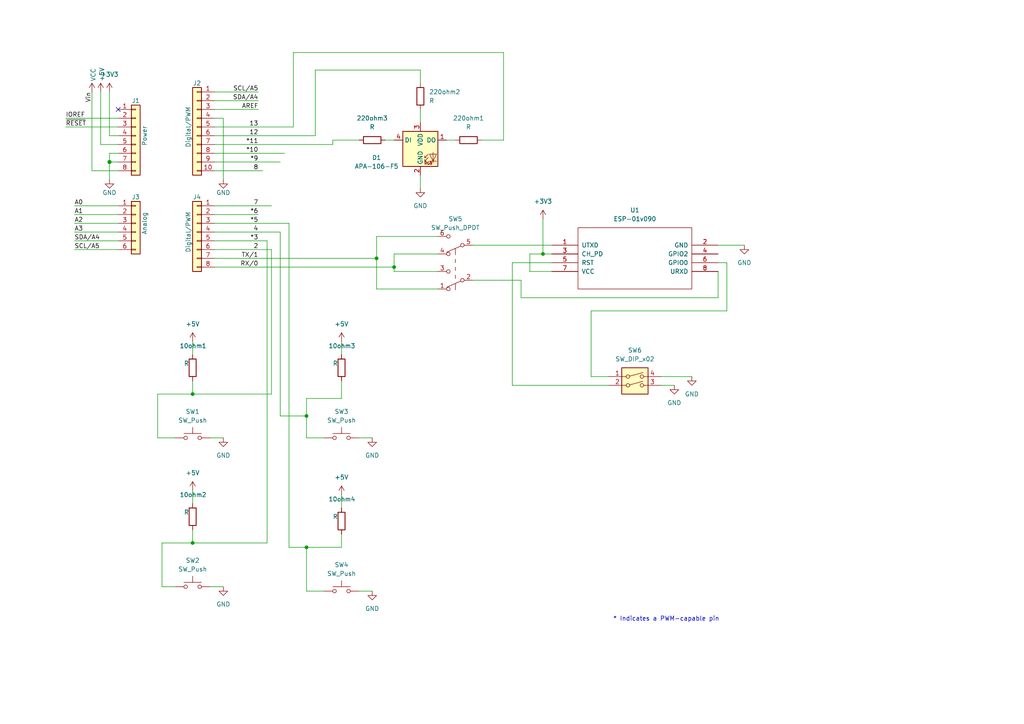
<source format=kicad_sch>
(kicad_sch (version 20211123) (generator eeschema)
  (paper "A4")
  (title_block (date "mar. 31 mars 2015"))
  (lib_symbols
    (symbol "+3V3_1" (power) (pin_names (offset 0))
      (property "Value" "+3V3_1" (at 0 3.556 0))
      (symbol "+3V3_1_0_1"
        (polyline (pts (xy -0.762 1.27) (xy 0 2.54)))
        (polyline (pts (xy 0 0) (xy 0 2.54)))
        (polyline (pts (xy 0 2.54) (xy 0.762 1.27)))
      )
      (symbol "+3V3_1_1_1"
        (pin power_in line (at 0 0 90) (length 0) hide (name "+3V3") (number "1"))
      )
    )
    (symbol "+5V_1" (power) (pin_names (offset 0))
      (property "Value" "+5V_1" (at 0 3.556 0))
      (symbol "+5V_1_0_1"
        (polyline (pts (xy -0.762 1.27) (xy 0 2.54)))
        (polyline (pts (xy 0 0) (xy 0 2.54)))
        (polyline (pts (xy 0 2.54) (xy 0.762 1.27)))
      )
      (symbol "+5V_1_1_1"
        (pin power_in line (at 0 0 90) (length 0) hide (name "+5V") (number "1"))
      )
    )
    (symbol "Connector_Generic:Conn_01x06" (pin_names (offset 1.016) hide)
      (property "Reference" "J" (at 0 7.62 0))
      (property "Value" "Conn_01x06" (at 0 -10.16 0))
      (symbol "Conn_01x06_1_1"
        (rectangle (start -1.27 -7.493) (end 0 -7.747) (stroke (width 0.1524)))
        (rectangle (start -1.27 -4.953) (end 0 -5.207) (stroke (width 0.1524)))
        (rectangle (start -1.27 -2.413) (end 0 -2.667) (stroke (width 0.1524)))
        (rectangle (start -1.27 0.127) (end 0 -0.127) (stroke (width 0.1524)))
        (rectangle (start -1.27 2.667) (end 0 2.413) (stroke (width 0.1524)))
        (rectangle (start -1.27 5.207) (end 0 4.953) (stroke (width 0.1524)))
        (rectangle (start -1.27 6.35) (end 1.27 -8.89) (stroke (width 0.254)) (fill (type background)))
        (pin passive line (at -5.08 5.08 0) (length 3.81) (name "Pin_1") (number "1"))
        (pin passive line (at -5.08 2.54 0) (length 3.81) (name "Pin_2") (number "2"))
        (pin passive line (at -5.08 0 0) (length 3.81) (name "Pin_3") (number "3"))
        (pin passive line (at -5.08 -2.54 0) (length 3.81) (name "Pin_4") (number "4"))
        (pin passive line (at -5.08 -5.08 0) (length 3.81) (name "Pin_5") (number "5"))
        (pin passive line (at -5.08 -7.62 0) (length 3.81) (name "Pin_6") (number "6"))
      )
    )
    (symbol "Connector_Generic:Conn_01x08" (pin_names (offset 1.016) hide)
      (property "Reference" "J" (at 0 10.16 0))
      (property "Value" "Conn_01x08" (at 0 -12.7 0))
      (symbol "Conn_01x08_1_1"
        (rectangle (start -1.27 -10.033) (end 0 -10.287) (stroke (width 0.1524)))
        (rectangle (start -1.27 -7.493) (end 0 -7.747) (stroke (width 0.1524)))
        (rectangle (start -1.27 -4.953) (end 0 -5.207) (stroke (width 0.1524)))
        (rectangle (start -1.27 -2.413) (end 0 -2.667) (stroke (width 0.1524)))
        (rectangle (start -1.27 0.127) (end 0 -0.127) (stroke (width 0.1524)))
        (rectangle (start -1.27 2.667) (end 0 2.413) (stroke (width 0.1524)))
        (rectangle (start -1.27 5.207) (end 0 4.953) (stroke (width 0.1524)))
        (rectangle (start -1.27 7.747) (end 0 7.493) (stroke (width 0.1524)))
        (rectangle (start -1.27 8.89) (end 1.27 -11.43) (stroke (width 0.254)) (fill (type background)))
        (pin passive line (at -5.08 7.62 0) (length 3.81) (name "Pin_1") (number "1"))
        (pin passive line (at -5.08 5.08 0) (length 3.81) (name "Pin_2") (number "2"))
        (pin passive line (at -5.08 2.54 0) (length 3.81) (name "Pin_3") (number "3"))
        (pin passive line (at -5.08 0 0) (length 3.81) (name "Pin_4") (number "4"))
        (pin passive line (at -5.08 -2.54 0) (length 3.81) (name "Pin_5") (number "5"))
        (pin passive line (at -5.08 -5.08 0) (length 3.81) (name "Pin_6") (number "6"))
        (pin passive line (at -5.08 -7.62 0) (length 3.81) (name "Pin_7") (number "7"))
        (pin passive line (at -5.08 -10.16 0) (length 3.81) (name "Pin_8") (number "8"))
      )
    )
    (symbol "Connector_Generic:Conn_01x10" (pin_names (offset 1.016) hide)
      (property "Reference" "J" (at 0 12.7 0))
      (property "Value" "Conn_01x10" (at 0 -15.24 0))
      (symbol "Conn_01x10_1_1"
        (rectangle (start -1.27 -12.573) (end 0 -12.827) (stroke (width 0.1524)))
        (rectangle (start -1.27 -10.033) (end 0 -10.287) (stroke (width 0.1524)))
        (rectangle (start -1.27 -7.493) (end 0 -7.747) (stroke (width 0.1524)))
        (rectangle (start -1.27 -4.953) (end 0 -5.207) (stroke (width 0.1524)))
        (rectangle (start -1.27 -2.413) (end 0 -2.667) (stroke (width 0.1524)))
        (rectangle (start -1.27 0.127) (end 0 -0.127) (stroke (width 0.1524)))
        (rectangle (start -1.27 2.667) (end 0 2.413) (stroke (width 0.1524)))
        (rectangle (start -1.27 5.207) (end 0 4.953) (stroke (width 0.1524)))
        (rectangle (start -1.27 7.747) (end 0 7.493) (stroke (width 0.1524)))
        (rectangle (start -1.27 10.287) (end 0 10.033) (stroke (width 0.1524)))
        (rectangle (start -1.27 11.43) (end 1.27 -13.97) (stroke (width 0.254)) (fill (type background)))
        (pin passive line (at -5.08 10.16 0) (length 3.81) (name "Pin_1") (number "1"))
        (pin passive line (at -5.08 -12.7 0) (length 3.81) (name "Pin_10") (number "10"))
        (pin passive line (at -5.08 7.62 0) (length 3.81) (name "Pin_2") (number "2"))
        (pin passive line (at -5.08 5.08 0) (length 3.81) (name "Pin_3") (number "3"))
        (pin passive line (at -5.08 2.54 0) (length 3.81) (name "Pin_4") (number "4"))
        (pin passive line (at -5.08 0 0) (length 3.81) (name "Pin_5") (number "5"))
        (pin passive line (at -5.08 -2.54 0) (length 3.81) (name "Pin_6") (number "6"))
        (pin passive line (at -5.08 -5.08 0) (length 3.81) (name "Pin_7") (number "7"))
        (pin passive line (at -5.08 -7.62 0) (length 3.81) (name "Pin_8") (number "8"))
        (pin passive line (at -5.08 -10.16 0) (length 3.81) (name "Pin_9") (number "9"))
      )
    )
    (symbol "Device:R" (pin_numbers hide) (pin_names (offset 0))
      (property "Reference" "R" (at 2.032 0 90))
      (property "Value" "R" (at 0 0 90))
      (symbol "R_0_1"
        (rectangle (start -1.016 -2.54) (end 1.016 2.54) (stroke (width 0.254)))
      )
      (symbol "R_1_1"
        (pin passive line (at 0 3.81 270) (length 1.27) (name "~") (number "1"))
        (pin passive line (at 0 -3.81 90) (length 1.27) (name "~") (number "2"))
      )
    )
    (symbol "ESP8266:ESP-01v090" (pin_names (offset 1.016))
      (property "Reference" "U" (at 0 -2.54 0))
      (property "Value" "ESP-01v090" (at 0 2.54 0))
      (symbol "ESP-01v090_1_0"
        (rectangle (start -16.51 -8.89) (end 16.51 8.89))
      )
      (symbol "ESP-01v090_1_1"
        (pin output line (at -24.13 3.81 0) (length 7.62) (name "UTXD") (number "1"))
        (pin power_in line (at 24.13 3.81 180) (length 7.62) (name "GND") (number "2"))
        (pin input line (at -24.13 1.27 0) (length 7.62) (name "CH_PD") (number "3"))
        (pin tri_state line (at 24.13 1.27 180) (length 7.62) (name "GPIO2") (number "4"))
        (pin input line (at -24.13 -1.27 0) (length 7.62) (name "RST") (number "5"))
        (pin tri_state line (at 24.13 -1.27 180) (length 7.62) (name "GPIO0") (number "6"))
        (pin power_in line (at -24.13 -3.81 0) (length 7.62) (name "VCC") (number "7"))
        (pin input line (at 24.13 -3.81 180) (length 7.62) (name "URXD") (number "8"))
      )
    )
    (symbol "GND_1" (power) (pin_names (offset 0))
      (property "Value" "GND_1" (at 0 -3.81 0))
      (symbol "GND_1_0_1"
        (polyline (pts (xy 0 0) (xy 0 -1.27) (xy 1.27 -1.27) (xy 0 -2.54) (xy -1.27 -1.27) (xy 0 -1.27)))
      )
      (symbol "GND_1_1_1"
        (pin power_in line (at 0 0 270) (length 0) hide (name "GND") (number "1"))
      )
    )
    (symbol "GND_2" (power) (pin_names (offset 0))
      (property "Value" "GND_2" (at 0 -3.81 0))
      (symbol "GND_2_0_1"
        (polyline (pts (xy 0 0) (xy 0 -1.27) (xy 1.27 -1.27) (xy 0 -2.54) (xy -1.27 -1.27) (xy 0 -1.27)))
      )
      (symbol "GND_2_1_1"
        (pin power_in line (at 0 0 270) (length 0) hide (name "GND") (number "1"))
      )
    )
    (symbol "GND_3" (power) (pin_names (offset 0))
      (property "Value" "GND_3" (at 0 -3.81 0))
      (symbol "GND_3_0_1"
        (polyline (pts (xy 0 0) (xy 0 -1.27) (xy 1.27 -1.27) (xy 0 -2.54) (xy -1.27 -1.27) (xy 0 -1.27)))
      )
      (symbol "GND_3_1_1"
        (pin power_in line (at 0 0 270) (length 0) hide (name "GND") (number "1"))
      )
    )
    (symbol "GND_4" (power) (pin_names (offset 0))
      (property "Value" "GND_4" (at 0 -3.81 0))
      (symbol "GND_4_0_1"
        (polyline (pts (xy 0 0) (xy 0 -1.27) (xy 1.27 -1.27) (xy 0 -2.54) (xy -1.27 -1.27) (xy 0 -1.27)))
      )
      (symbol "GND_4_1_1"
        (pin power_in line (at 0 0 270) (length 0) hide (name "GND") (number "1"))
      )
    )
    (symbol "GND_5" (power) (pin_names (offset 0))
      (property "Value" "GND_5" (at 0 -3.81 0))
      (symbol "GND_5_0_1"
        (polyline (pts (xy 0 0) (xy 0 -1.27) (xy 1.27 -1.27) (xy 0 -2.54) (xy -1.27 -1.27) (xy 0 -1.27)))
      )
      (symbol "GND_5_1_1"
        (pin power_in line (at 0 0 270) (length 0) hide (name "GND") (number "1"))
      )
    )
    (symbol "LED:APA-106-F5"
      (property "Reference" "D" (at 5.08 5.715 0))
      (property "Value" "APA-106-F5" (at 1.27 -5.715 0))
      (symbol "APA-106-F5_0_0"
        (text "RGB" (at 2.286 -4.191 0) (effects (font (size 0.762 0.762))))
      )
      (symbol "APA-106-F5_0_1"
        (polyline (pts (xy 1.27 -3.556) (xy 1.778 -3.556)))
        (polyline (pts (xy 1.27 -2.54) (xy 1.778 -2.54)))
        (polyline (pts (xy 4.699 -3.556) (xy 2.667 -3.556)))
        (polyline (pts (xy 2.286 -2.54) (xy 1.27 -3.556) (xy 1.27 -3.048)))
        (polyline (pts (xy 2.286 -1.524) (xy 1.27 -2.54) (xy 1.27 -2.032)))
        (polyline (pts (xy 3.683 -1.016) (xy 3.683 -3.556) (xy 3.683 -4.064)))
        (polyline (pts (xy 4.699 -1.524) (xy 2.667 -1.524) (xy 3.683 -3.556) (xy 4.699 -1.524)))
        (rectangle (start 5.08 5.08) (end -5.08 -5.08) (stroke (width 0.254)) (fill (type background)))
      )
      (symbol "APA-106-F5_1_1"
        (pin output line (at 7.62 2.54 180) (length 2.54) (name "DO") (number "1"))
        (pin power_in line (at 0 -7.62 90) (length 2.54) (name "GND") (number "2"))
        (pin power_in line (at 0 7.62 270) (length 2.54) (name "VDD") (number "3"))
        (pin input line (at -7.62 2.54 0) (length 2.54) (name "DI") (number "4"))
      )
    )
    (symbol "Switch:SW_DIP_x02" (pin_names (offset 0) hide)
      (property "Reference" "SW" (at 0 6.35 0))
      (property "Value" "SW_DIP_x02" (at 0 -3.81 0))
      (symbol "SW_DIP_x02_0_0"
        (circle (center -2.032 0) (radius 0.508))
        (circle (center -2.032 2.54) (radius 0.508))
        (polyline (pts (xy -1.524 0.127) (xy 2.3622 1.1684)))
        (polyline (pts (xy -1.524 2.667) (xy 2.3622 3.7084)))
        (circle (center 2.032 0) (radius 0.508))
        (circle (center 2.032 2.54) (radius 0.508))
      )
      (symbol "SW_DIP_x02_0_1"
        (rectangle (start -3.81 5.08) (end 3.81 -2.54) (stroke (width 0.254)) (fill (type background)))
      )
      (symbol "SW_DIP_x02_1_1"
        (pin passive line (at -7.62 2.54 0) (length 5.08) (name "~") (number "1"))
        (pin passive line (at -7.62 0 0) (length 5.08) (name "~") (number "2"))
        (pin passive line (at 7.62 0 180) (length 5.08) (name "~") (number "3"))
        (pin passive line (at 7.62 2.54 180) (length 5.08) (name "~") (number "4"))
      )
    )
    (symbol "Switch:SW_Push" (pin_numbers hide) (pin_names (offset 1.016) hide)
      (property "Reference" "SW" (at 1.27 2.54 0))
      (property "Value" "SW_Push" (at 0 -1.524 0))
      (symbol "SW_Push_0_1"
        (circle (center -2.032 0) (radius 0.508))
        (polyline (pts (xy 0 1.27) (xy 0 3.048)))
        (polyline (pts (xy 2.54 1.27) (xy -2.54 1.27)))
        (circle (center 2.032 0) (radius 0.508))
        (pin passive line (at -5.08 0 0) (length 2.54) (name "1") (number "1"))
        (pin passive line (at 5.08 0 180) (length 2.54) (name "2") (number "2"))
      )
    )
    (symbol "Switch:SW_Push_DPDT" (pin_names (offset 0) hide)
      (property "Reference" "SW" (at 0 8.89 0))
      (property "Value" "SW_Push_DPDT" (at 0 -10.16 0))
      (symbol "SW_Push_DPDT_0_0"
        (circle (center -2.032 -5.08) (radius 0.508))
        (circle (center -2.032 5.08) (radius 0.508))
        (circle (center 2.032 -7.62) (radius 0.508))
        (circle (center 2.032 2.54) (radius 0.508))
      )
      (symbol "SW_Push_DPDT_0_1"
        (polyline (pts (xy -1.524 -4.826) (xy 2.54 -3.048)))
        (polyline (pts (xy -1.524 5.334) (xy 2.54 7.112)))
        (polyline (pts (xy 0 -2.286) (xy 0 -4.064)))
        (polyline (pts (xy 0 -1.016) (xy 0 0)))
        (polyline (pts (xy 0 1.27) (xy 0 2.286)))
        (polyline (pts (xy 0 3.556) (xy 0 4.572)))
        (polyline (pts (xy 0 7.874) (xy 0 6.096)))
        (circle (center 2.032 -2.54) (radius 0.508))
        (circle (center 2.032 7.62) (radius 0.508))
      )
      (symbol "SW_Push_DPDT_1_1"
        (pin passive line (at 5.08 7.62 180) (length 2.54) (name "A") (number "1"))
        (pin passive line (at -5.08 5.08 0) (length 2.54) (name "B") (number "2"))
        (pin passive line (at 5.08 2.54 180) (length 2.54) (name "C") (number "3"))
        (pin passive line (at 5.08 -2.54 180) (length 2.54) (name "A") (number "4"))
        (pin passive line (at -5.08 -5.08 0) (length 2.54) (name "B") (number "5"))
        (pin passive line (at 5.08 -7.62 180) (length 2.54) (name "C") (number "6"))
      )
    )
    (symbol "power:+3V3" (power) (pin_names (offset 0))
      (property "Value" "+3V3" (at 0 3.556 0))
      (symbol "+3V3_0_1"
        (polyline (pts (xy -0.762 1.27) (xy 0 2.54)))
        (polyline (pts (xy 0 0) (xy 0 2.54)))
        (polyline (pts (xy 0 2.54) (xy 0.762 1.27)))
      )
      (symbol "+3V3_1_1"
        (pin power_in line (at 0 0 90) (length 0) hide (name "+3V3") (number "1"))
      )
    )
    (symbol "power:+5V" (power) (pin_names (offset 0))
      (property "Value" "+5V" (at 0 3.556 0))
      (symbol "+5V_0_1"
        (polyline (pts (xy -0.762 1.27) (xy 0 2.54)))
        (polyline (pts (xy 0 0) (xy 0 2.54)))
        (polyline (pts (xy 0 2.54) (xy 0.762 1.27)))
      )
      (symbol "+5V_1_1"
        (pin power_in line (at 0 0 90) (length 0) hide (name "+5V") (number "1"))
      )
    )
    (symbol "power:GND" (power) (pin_names (offset 0))
      (property "Value" "GND" (at 0 -3.81 0))
      (symbol "GND_0_1"
        (polyline (pts (xy 0 0) (xy 0 -1.27) (xy 1.27 -1.27) (xy 0 -2.54) (xy -1.27 -1.27) (xy 0 -1.27)))
      )
      (symbol "GND_1_1"
        (pin power_in line (at 0 0 270) (length 0) hide (name "GND") (number "1"))
      )
    )
    (symbol "power:VCC" (power) (pin_names (offset 0))
      (property "Value" "VCC" (at 0 3.81 0))
      (symbol "VCC_0_1"
        (polyline (pts (xy -0.762 1.27) (xy 0 2.54)))
        (polyline (pts (xy 0 0) (xy 0 2.54)))
        (polyline (pts (xy 0 2.54) (xy 0.762 1.27)))
      )
      (symbol "VCC_1_1"
        (pin power_in line (at 0 0 90) (length 0) hide (name "VCC") (number "1"))
      )
    )
  )
  (junction (at 109.22 74.93))
  (junction (at 31.75 46.99) (diameter 1.016))
  (junction (at 157.48 73.66))
  (junction (at 88.9 158.75))
  (junction (at 55.88 157.48))
  (junction (at 114.3 77.47))
  (junction (at 55.88 114.3))
  (junction (at 88.9 120.65))
  (no_connect (at 34.29 31.75))
  (wire (pts (xy 62.23 77.47) (xy 114.3 77.47)))
  (wire (pts (xy 62.23 44.45) (xy 82.55 44.45)))
  (wire (pts (xy 127 68.58) (xy 109.22 68.58)))
  (wire (pts (xy 121.92 20.32) (xy 91.44 20.32)))
  (wire (pts (xy 62.23 26.67) (xy 74.93 26.67)))
  (wire (pts (xy 88.9 171.45) (xy 88.9 158.75)))
  (wire (pts (xy 127 83.82) (xy 109.22 83.82)))
  (wire (pts (xy 109.22 68.58) (xy 109.22 74.93)))
  (wire (pts (xy 99.06 115.57) (xy 99.06 110.49)))
  (wire (pts (xy 31.75 44.45) (xy 31.75 46.99)))
  (wire (pts (xy 96.52 40.64) (xy 104.14 40.64)))
  (wire (pts (xy 96.52 40.64) (xy 96.52 41.91)))
  (wire (pts (xy 21.59 72.39) (xy 34.29 72.39)))
  (wire (pts (xy 88.9 115.57) (xy 99.06 115.57)))
  (wire (pts (xy 31.75 46.99) (xy 31.75 52.07)))
  (wire (pts (xy 146.05 40.64) (xy 146.05 15.24)))
  (wire (pts (xy 31.75 39.37) (xy 34.29 39.37)))
  (wire (pts (xy 114.3 73.66) (xy 114.3 77.47)))
  (wire (pts (xy 55.88 114.3) (xy 78.74 114.3)))
  (wire (pts (xy 88.9 120.65) (xy 88.9 115.57)))
  (wire (pts (xy 29.21 41.91) (xy 34.29 41.91)))
  (wire (pts (xy 29.21 26.67) (xy 29.21 41.91)))
  (wire (pts (xy 60.96 127) (xy 64.77 127)))
  (wire (pts (xy 208.28 71.12) (xy 215.9 71.12)))
  (wire (pts (xy 31.75 26.67) (xy 31.75 39.37)))
  (wire (pts (xy 62.23 59.69) (xy 78.74 59.69)))
  (wire (pts (xy 210.82 76.2) (xy 210.82 90.17)))
  (wire (pts (xy 104.14 127) (xy 107.95 127)))
  (wire (pts (xy 34.29 59.69) (xy 21.59 59.69)))
  (wire (pts (xy 62.23 39.37) (xy 91.44 39.37)))
  (wire (pts (xy 55.88 157.48) (xy 77.47 157.48)))
  (wire (pts (xy 45.72 114.3) (xy 55.88 114.3)))
  (wire (pts (xy 62.23 62.23) (xy 74.93 62.23)))
  (wire (pts (xy 146.05 15.24) (xy 85.09 15.24)))
  (wire (pts (xy 99.06 99.06) (xy 99.06 102.87)))
  (wire (pts (xy 62.23 36.83) (xy 85.09 36.83)))
  (wire (pts (xy 55.88 114.3) (xy 55.88 110.49)))
  (wire (pts (xy 46.99 157.48) (xy 55.88 157.48)))
  (wire (pts (xy 62.23 46.99) (xy 81.28 46.99)))
  (wire (pts (xy 109.22 83.82) (xy 109.22 74.93)))
  (wire (pts (xy 81.28 120.65) (xy 88.9 120.65)))
  (wire (pts (xy 62.23 67.31) (xy 81.28 67.31)))
  (wire (pts (xy 151.13 81.28) (xy 151.13 86.36)))
  (wire (pts (xy 114.3 78.74) (xy 114.3 77.47)))
  (wire (pts (xy 19.05 34.29) (xy 34.29 34.29)))
  (wire (pts (xy 127 73.66) (xy 114.3 73.66)))
  (wire (pts (xy 121.92 50.8) (xy 121.92 54.61)))
  (wire (pts (xy 148.59 76.2) (xy 148.59 111.76)))
  (wire (pts (xy 139.7 40.64) (xy 146.05 40.64)))
  (wire (pts (xy 85.09 15.24) (xy 85.09 36.83)))
  (wire (pts (xy 121.92 31.75) (xy 121.92 35.56)))
  (wire (pts (xy 93.98 127) (xy 88.9 127)))
  (wire (pts (xy 50.8 127) (xy 45.72 127)))
  (wire (pts (xy 121.92 20.32) (xy 121.92 24.13)))
  (wire (pts (xy 160.02 78.74) (xy 153.67 78.74)))
  (wire (pts (xy 62.23 41.91) (xy 96.52 41.91)))
  (wire (pts (xy 64.77 34.29) (xy 64.77 52.07)))
  (wire (pts (xy 62.23 31.75) (xy 74.93 31.75)))
  (wire (pts (xy 153.67 78.74) (xy 153.67 73.66)))
  (wire (pts (xy 151.13 86.36) (xy 208.28 86.36)))
  (wire (pts (xy 91.44 20.32) (xy 91.44 39.37)))
  (wire (pts (xy 99.06 143.51) (xy 99.06 147.32)))
  (wire (pts (xy 34.29 64.77) (xy 21.59 64.77)))
  (wire (pts (xy 19.05 36.83) (xy 34.29 36.83)))
  (wire (pts (xy 157.48 63.5) (xy 157.48 73.66)))
  (wire (pts (xy 34.29 46.99) (xy 31.75 46.99)))
  (wire (pts (xy 45.72 127) (xy 45.72 114.3)))
  (wire (pts (xy 171.45 90.17) (xy 171.45 109.22)))
  (wire (pts (xy 83.82 158.75) (xy 83.82 64.77)))
  (wire (pts (xy 153.67 73.66) (xy 157.48 73.66)))
  (wire (pts (xy 60.96 170.18) (xy 64.77 170.18)))
  (wire (pts (xy 55.88 142.24) (xy 55.88 146.05)))
  (wire (pts (xy 46.99 170.18) (xy 46.99 157.48)))
  (wire (pts (xy 111.76 40.64) (xy 114.3 40.64)))
  (wire (pts (xy 34.29 49.53) (xy 26.67 49.53)))
  (wire (pts (xy 21.59 62.23) (xy 34.29 62.23)))
  (wire (pts (xy 127 78.74) (xy 114.3 78.74)))
  (wire (pts (xy 129.54 40.64) (xy 132.08 40.64)))
  (wire (pts (xy 210.82 90.17) (xy 171.45 90.17)))
  (wire (pts (xy 171.45 109.22) (xy 176.53 109.22)))
  (wire (pts (xy 104.14 171.45) (xy 107.95 171.45)))
  (wire (pts (xy 88.9 158.75) (xy 83.82 158.75)))
  (wire (pts (xy 62.23 34.29) (xy 64.77 34.29)))
  (wire (pts (xy 50.8 170.18) (xy 46.99 170.18)))
  (wire (pts (xy 34.29 44.45) (xy 31.75 44.45)))
  (wire (pts (xy 99.06 158.75) (xy 99.06 154.94)))
  (wire (pts (xy 88.9 127) (xy 88.9 120.65)))
  (wire (pts (xy 62.23 64.77) (xy 83.82 64.77)))
  (wire (pts (xy 21.59 67.31) (xy 34.29 67.31)))
  (wire (pts (xy 77.47 157.48) (xy 77.47 69.85)))
  (wire (pts (xy 93.98 171.45) (xy 88.9 171.45)))
  (wire (pts (xy 137.16 71.12) (xy 160.02 71.12)))
  (wire (pts (xy 78.74 114.3) (xy 78.74 72.39)))
  (wire (pts (xy 208.28 86.36) (xy 208.28 78.74)))
  (wire (pts (xy 208.28 76.2) (xy 210.82 76.2)))
  (wire (pts (xy 157.48 73.66) (xy 160.02 73.66)))
  (wire (pts (xy 191.77 109.22) (xy 200.66 109.22)))
  (wire (pts (xy 137.16 81.28) (xy 151.13 81.28)))
  (wire (pts (xy 55.88 99.06) (xy 55.88 102.87)))
  (wire (pts (xy 62.23 29.21) (xy 74.93 29.21)))
  (wire (pts (xy 62.23 72.39) (xy 78.74 72.39)))
  (wire (pts (xy 62.23 69.85) (xy 77.47 69.85)))
  (wire (pts (xy 160.02 76.2) (xy 148.59 76.2)))
  (wire (pts (xy 88.9 158.75) (xy 99.06 158.75)))
  (wire (pts (xy 191.77 111.76) (xy 195.58 111.76)))
  (wire (pts (xy 148.59 111.76) (xy 176.53 111.76)))
  (wire (pts (xy 62.23 74.93) (xy 109.22 74.93)))
  (wire (pts (xy 26.67 49.53) (xy 26.67 26.67)))
  (wire (pts (xy 81.28 120.65) (xy 81.28 67.31)))
  (wire (pts (xy 34.29 69.85) (xy 21.59 69.85)))
  (wire (pts (xy 55.88 157.48) (xy 55.88 153.67)))
  (wire (pts (xy 62.23 49.53) (xy 76.2 49.53)))
  (text "* Indicates a PWM-capable pin" (at 177.8 180.34 0) (effects (font (size 1.27 1.27)) (justify left bottom)))
  (label "RX{slash}0" (at 74.93 77.47 180))
  (label "A2" (at 21.59 64.77 0))
  (label "4" (at 74.93 67.31 180))
  (label "2" (at 74.93 72.39 180))
  (label "A3" (at 21.59 67.31 0))
  (label "13" (at 74.93 36.83 180))
  (label "12" (at 74.93 39.37 180))
  (label "~{RESET}" (at 19.05 36.83 0))
  (label "*10" (at 74.93 44.45 180))
  (label "7" (at 74.93 59.69 180))
  (label "SDA{slash}A4" (at 74.93 29.21 180))
  (label "8" (at 74.93 49.53 180))
  (label "*11" (at 74.93 41.91 180))
  (label "*3" (at 74.93 69.85 180))
  (label "A1" (at 21.59 62.23 0))
  (label "TX{slash}1" (at 74.93 74.93 180))
  (label "A0" (at 21.59 59.69 0))
  (label "AREF" (at 74.93 31.75 180))
  (label "Vin" (at 26.67 26.67 270))
  (label "*6" (at 74.93 62.23 180))
  (label "SCL{slash}A5" (at 74.93 26.67 180))
  (label "*9" (at 74.93 46.99 180))
  (label "*5" (at 74.93 64.77 180))
  (label "IOREF" (at 19.05 34.29 0))
  (label "SDA{slash}A4" (at 21.59 69.85 0))
  (label "SCL{slash}A5" (at 21.59 72.39 0))
  (symbol (lib_id "Connector_Generic:Conn_01x08") (at 39.37 39.37 0) (unit 1)
    (property "Reference" "J1" (at 39.37 29.21 0))
    (property "Value" "Power" (at 41.91 39.37 90))
    (property "Footprint" "Connector_PinSocket_2.54mm:PinSocket_1x08_P2.54mm_Vertical" (effects hide))
  )
  (symbol (lib_id "power:+5V") (at 29.21 26.67 0) (unit 1)
    (property "Reference" "#PWR02" (effects hide))
    (property "Value" "+5V" (at 29.5656 23.622 90) (effects (justify left)))
  )
  (symbol (lib_id "power:GND") (at 31.75 52.07 0) (unit 1)
    (property "Reference" "#PWR04" (effects hide))
    (property "Value" "GND" (at 31.75 55.88 0))
  )
  (symbol (lib_id "Connector_Generic:Conn_01x10") (at 57.15 36.83 0) (mirror y) (unit 1)
    (property "Reference" "J2" (at 57.15 24.13 0))
    (property "Value" "Digital/PWM" (at 54.61 36.83 90))
    (property "Footprint" "Connector_PinSocket_2.54mm:PinSocket_1x10_P2.54mm_Vertical" (effects hide))
  )
  (symbol (lib_id "power:GND") (at 64.77 52.07 0) (unit 1)
    (property "Reference" "#PWR05" (effects hide))
    (property "Value" "GND" (at 64.77 55.88 0))
  )
  (symbol (lib_id "Connector_Generic:Conn_01x06") (at 39.37 64.77 0) (unit 1)
    (property "Reference" "J3" (at 39.37 57.15 0))
    (property "Value" "Analog" (at 41.91 64.77 90))
    (property "Footprint" "Connector_PinSocket_2.54mm:PinSocket_1x06_P2.54mm_Vertical" (effects hide))
  )
  (symbol (lib_id "Connector_Generic:Conn_01x08") (at 57.15 67.31 0) (mirror y) (unit 1)
    (property "Reference" "J4" (at 57.15 57.15 0))
    (property "Value" "Digital/PWM" (at 54.61 67.31 90))
    (property "Footprint" "Connector_PinSocket_2.54mm:PinSocket_1x08_P2.54mm_Vertical" (effects hide))
  )
  (symbol (lib_id "Switch:SW_Push") (at 99.06 171.45 0) (unit 1)
    (property "Reference" "SW4" (at 99.06 163.83 0))
    (property "Value" "SW_Push" (at 99.06 166.37 0))
    (property "Footprint" "Button_Switch_THT:SW_PUSH-12mm" (effects hide))
  )
  (symbol (lib_name "+5V_1") (lib_id "power:+5V") (at 99.06 99.06 0) (unit 1)
    (property "Reference" "#PWR0110" (effects hide))
    (property "Value" "+5V" (at 99.06 93.98 0))
  )
  (symbol (lib_id "Switch:SW_Push") (at 55.88 170.18 0) (unit 1)
    (property "Reference" "SW2" (at 55.88 162.56 0))
    (property "Value" "SW_Push" (at 55.88 165.1 0))
    (property "Footprint" "Button_Switch_THT:SW_PUSH-12mm" (effects hide))
  )
  (symbol (lib_name "GND_2") (lib_id "power:GND") (at 215.9 71.12 0) (unit 1)
    (property "Reference" "#PWR0103" (effects hide))
    (property "Value" "GND" (at 215.9 76.2 0))
  )
  (symbol (lib_name "GND_3") (lib_id "power:GND") (at 64.77 127 0) (unit 1)
    (property "Reference" "#PWR0111" (effects hide))
    (property "Value" "GND" (at 64.77 132.08 0))
  )
  (symbol (lib_id "Device:R") (at 55.88 106.68 180) (unit 1)
    (property "Reference" "10ohm1" (at 52.07 100.33 0) (effects (justify right)))
    (property "Value" "R" (at 53.34 105.41 0) (effects (justify right)))
    (property "Footprint" "Resistor_THT:R_Axial_DIN0207_L6.3mm_D2.5mm_P7.62mm_Horizontal" (effects hide))
  )
  (symbol (lib_id "Device:R") (at 121.92 27.94 0) (unit 1)
    (property "Reference" "220ohm2" (at 124.46 26.6699 0) (effects (justify left)))
    (property "Value" "R" (at 124.46 29.2099 0) (effects (justify left)))
    (property "Footprint" "Resistor_THT:R_Axial_DIN0207_L6.3mm_D2.5mm_P7.62mm_Horizontal" (effects hide))
  )
  (symbol (lib_id "Switch:SW_Push_DPDT") (at 132.08 76.2 180) (unit 1)
    (property "Reference" "SW5" (at 132.08 63.5 0))
    (property "Value" "SW_Push_DPDT" (at 132.08 66.04 0))
    (property "Footprint" "Button_Switch_THT:SW_E-Switch_EG1271_SPDT" (effects hide))
  )
  (symbol (lib_id "Device:R") (at 135.89 40.64 270) (unit 1)
    (property "Reference" "220ohm1" (at 135.89 34.29 90))
    (property "Value" "R" (at 135.89 36.83 90))
    (property "Footprint" "Resistor_THT:R_Axial_DIN0207_L6.3mm_D2.5mm_P7.62mm_Horizontal" (effects hide))
  )
  (symbol (lib_name "GND_3") (lib_id "power:GND") (at 107.95 171.45 0) (unit 1)
    (property "Reference" "#PWR0105" (effects hide))
    (property "Value" "GND" (at 107.95 176.53 0))
  )
  (symbol (lib_id "Switch:SW_Push") (at 55.88 127 0) (unit 1)
    (property "Reference" "SW1" (at 55.88 119.38 0))
    (property "Value" "SW_Push" (at 55.88 121.92 0))
    (property "Footprint" "Button_Switch_THT:SW_PUSH-12mm" (effects hide))
  )
  (symbol (lib_name "GND_5") (lib_id "power:GND") (at 200.66 109.22 0) (unit 1)
    (property "Reference" "#PWR0114" (effects hide))
    (property "Value" "GND" (at 200.66 114.3 0))
  )
  (symbol (lib_id "power:VCC") (at 26.67 26.67 0) (unit 1)
    (property "Reference" "#PWR01" (effects hide))
    (property "Value" "VCC" (at 27.051 23.622 90) (effects (justify left)))
  )
  (symbol (lib_name "GND_3") (lib_id "power:GND") (at 64.77 170.18 0) (unit 1)
    (property "Reference" "#PWR0108" (effects hide))
    (property "Value" "GND" (at 64.77 175.26 0))
  )
  (symbol (lib_id "Device:R") (at 99.06 106.68 180) (unit 1)
    (property "Reference" "10ohm3" (at 95.25 100.33 0) (effects (justify right)))
    (property "Value" "R" (at 96.52 105.41 0) (effects (justify right)))
    (property "Footprint" "Resistor_THT:R_Axial_DIN0207_L6.3mm_D2.5mm_P7.62mm_Horizontal" (effects hide))
  )
  (symbol (lib_id "power:+3V3") (at 31.75 26.67 0) (unit 1)
    (property "Reference" "#PWR0102" (effects hide))
    (property "Value" "+3V3" (at 31.75 21.59 0))
  )
  (symbol (lib_name "GND_3") (lib_id "power:GND") (at 107.95 127 0) (unit 1)
    (property "Reference" "#PWR0106" (effects hide))
    (property "Value" "GND" (at 107.95 132.08 0))
  )
  (symbol (lib_id "Device:R") (at 55.88 149.86 180) (unit 1)
    (property "Reference" "10ohm2" (at 52.07 143.51 0) (effects (justify right)))
    (property "Value" "R" (at 53.34 148.59 0) (effects (justify right)))
    (property "Footprint" "Resistor_THT:R_Axial_DIN0207_L6.3mm_D2.5mm_P7.62mm_Horizontal" (effects hide))
  )
  (symbol (lib_id "Device:R") (at 99.06 151.13 180) (unit 1)
    (property "Reference" "10ohm4" (at 95.25 144.78 0) (effects (justify right)))
    (property "Value" "R" (at 96.52 149.86 0) (effects (justify right)))
    (property "Footprint" "Resistor_THT:R_Axial_DIN0207_L6.3mm_D2.5mm_P7.62mm_Horizontal" (effects hide))
  )
  (symbol (lib_name "+5V_1") (lib_id "power:+5V") (at 55.88 142.24 0) (unit 1)
    (property "Reference" "#PWR0112" (effects hide))
    (property "Value" "+5V" (at 55.88 137.16 0))
  )
  (symbol (lib_id "ESP8266:ESP-01v090") (at 184.15 74.93 0) (unit 1)
    (property "Reference" "U1" (at 184.15 60.96 0))
    (property "Value" "ESP-01v090" (at 184.15 63.5 0))
    (property "Footprint" "ESP8266:ESP-01" (effects hide))
    (property "Datasheet" "http://l0l.org.uk/2014/12/esp8266-modules-hardware-guide-gotta-catch-em-all/" (effects hide))
  )
  (symbol (lib_id "Switch:SW_DIP_x02") (at 184.15 111.76 0) (unit 1)
    (property "Reference" "SW6" (at 184.15 101.6 0))
    (property "Value" "SW_DIP_x02" (at 184.15 104.14 0))
    (property "Footprint" "Button_Switch_THT:SW_DIP_SPSTx02_Slide_9.78x7.26mm_W7.62mm_P2.54mm" (effects hide))
  )
  (symbol (lib_name "+3V3_1") (lib_id "power:+3V3") (at 157.48 63.5 0) (unit 1)
    (property "Reference" "#PWR0101" (effects hide))
    (property "Value" "+3V3" (at 157.48 58.42 0))
  )
  (symbol (lib_id "LED:APA-106-F5") (at 121.92 43.18 0) (unit 1)
    (property "Reference" "D1" (at 109.22 45.72 0))
    (property "Value" "APA-106-F5" (at 109.22 48.26 0))
    (property "Footprint" "LED_THT:LED_D5.0mm-4_RGB" (effects hide))
    (property "Datasheet" "https://cdn.sparkfun.com/datasheets/Components/LED/COM-12877.pdf" (effects hide))
  )
  (symbol (lib_name "GND_1") (lib_id "power:GND") (at 121.92 54.61 0) (unit 1)
    (property "Reference" "#PWR0104" (effects hide))
    (property "Value" "GND" (at 121.92 59.69 0))
  )
  (symbol (lib_name "GND_4") (lib_id "power:GND") (at 195.58 111.76 0) (unit 1)
    (property "Reference" "#PWR0113" (effects hide))
    (property "Value" "GND" (at 195.58 116.84 0))
  )
  (symbol (lib_id "Device:R") (at 107.95 40.64 90) (mirror x) (unit 1)
    (property "Reference" "220ohm3" (at 107.95 34.29 90))
    (property "Value" "R" (at 107.95 36.83 90))
    (property "Footprint" "Resistor_THT:R_Axial_DIN0207_L6.3mm_D2.5mm_P7.62mm_Horizontal" (effects hide))
  )
  (symbol (lib_name "+5V_1") (lib_id "power:+5V") (at 55.88 99.06 0) (unit 1)
    (property "Reference" "#PWR0107" (effects hide))
    (property "Value" "+5V" (at 55.88 93.98 0))
  )
  (symbol (lib_id "Switch:SW_Push") (at 99.06 127 0) (unit 1)
    (property "Reference" "SW3" (at 99.06 119.38 0))
    (property "Value" "SW_Push" (at 99.06 121.92 0))
    (property "Footprint" "Button_Switch_THT:SW_PUSH-12mm" (effects hide))
  )
  (symbol (lib_name "+5V_1") (lib_id "power:+5V") (at 99.06 143.51 0) (unit 1)
    (property "Reference" "#PWR0109" (effects hide))
    (property "Value" "+5V" (at 99.06 138.43 0))
  )
)
</source>
